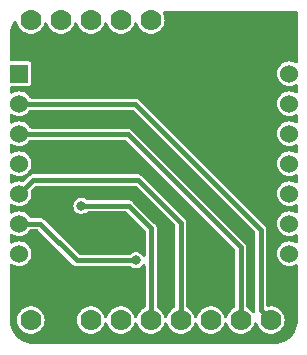
<source format=gbr>
%TF.GenerationSoftware,KiCad,Pcbnew,8.0.2*%
%TF.CreationDate,2024-06-13T10:19:09+02:00*%
%TF.ProjectId,Lora_2__BUS,4c6f7261-5f32-45fb-9542-55532e6b6963,rev?*%
%TF.SameCoordinates,Original*%
%TF.FileFunction,Copper,L2,Bot*%
%TF.FilePolarity,Positive*%
%FSLAX46Y46*%
G04 Gerber Fmt 4.6, Leading zero omitted, Abs format (unit mm)*
G04 Created by KiCad (PCBNEW 8.0.2) date 2024-06-13 10:19:09*
%MOMM*%
%LPD*%
G01*
G04 APERTURE LIST*
%TA.AperFunction,ComponentPad*%
%ADD10C,1.778000*%
%TD*%
%TA.AperFunction,ComponentPad*%
%ADD11R,1.524000X1.524000*%
%TD*%
%TA.AperFunction,ComponentPad*%
%ADD12C,1.524000*%
%TD*%
%TA.AperFunction,ViaPad*%
%ADD13C,0.800000*%
%TD*%
%TA.AperFunction,Conductor*%
%ADD14C,0.400000*%
%TD*%
%TA.AperFunction,Conductor*%
%ADD15C,0.200000*%
%TD*%
%TA.AperFunction,Conductor*%
%ADD16C,0.300000*%
%TD*%
G04 APERTURE END LIST*
D10*
%TO.P,LoRA_breakout1,0,G0*%
%TO.N,/DIO_1*%
X126728000Y-107057000D03*
%TO.P,LoRA_breakout1,1,G1*%
%TO.N,unconnected-(LoRA_breakout1-G1-Pad1)*%
X119108000Y-81657000D03*
%TO.P,LoRA_breakout1,2,G2*%
%TO.N,unconnected-(LoRA_breakout1-G2-Pad2)*%
X121648000Y-81657000D03*
%TO.P,LoRA_breakout1,3,G3*%
%TO.N,unconnected-(LoRA_breakout1-G3-Pad3)*%
X124188000Y-81657000D03*
%TO.P,LoRA_breakout1,4,G4*%
%TO.N,unconnected-(LoRA_breakout1-G4-Pad4)*%
X126728000Y-81657000D03*
%TO.P,LoRA_breakout1,5,G5*%
%TO.N,unconnected-(LoRA_breakout1-G5-Pad5)*%
X129268000Y-81657000D03*
%TO.P,LoRA_breakout1,6,Vin*%
%TO.N,/3.3*%
X119108000Y-107057000D03*
%TO.P,LoRA_breakout1,7,GND*%
%TO.N,/GND*%
X121648000Y-107057000D03*
%TO.P,LoRA_breakout1,8,EN*%
%TO.N,/DIO_0*%
X124188000Y-107057000D03*
%TO.P,LoRA_breakout1,9,SCK*%
%TO.N,/SCK*%
X129268000Y-107057000D03*
%TO.P,LoRA_breakout1,10,MISO*%
%TO.N,/MISO*%
X131808000Y-107057000D03*
%TO.P,LoRA_breakout1,11,MOSI*%
%TO.N,/MOSI*%
X134348000Y-107057000D03*
%TO.P,LoRA_breakout1,12,CS*%
%TO.N,/CS*%
X136888000Y-107057000D03*
%TO.P,LoRA_breakout1,13,RST*%
%TO.N,/RST*%
X139428000Y-107057000D03*
%TD*%
D11*
%TO.P,MikroBUS_adapter1,1,AN*%
%TO.N,unconnected-(MikroBUS_adapter1-AN-Pad1)*%
X118130800Y-86183200D03*
D12*
%TO.P,MikroBUS_adapter1,2,RST*%
%TO.N,/RST*%
X118130800Y-88723200D03*
%TO.P,MikroBUS_adapter1,3,CS*%
%TO.N,/CS*%
X118130800Y-91263200D03*
%TO.P,MikroBUS_adapter1,4,SCK*%
%TO.N,/SCK*%
X118130800Y-93803200D03*
%TO.P,MikroBUS_adapter1,5,MISO*%
%TO.N,/MISO*%
X118130800Y-96343200D03*
%TO.P,MikroBUS_adapter1,6,MOSI*%
%TO.N,/MOSI*%
X118130800Y-98883200D03*
%TO.P,MikroBUS_adapter1,7,3.3V*%
%TO.N,/3.3*%
X118130800Y-101423200D03*
%TO.P,MikroBUS_adapter1,8,GND*%
%TO.N,/GND*%
X118130800Y-103963200D03*
%TO.P,MikroBUS_adapter1,9,PWM_DIO*%
%TO.N,/DIO_0*%
X140992000Y-86183200D03*
%TO.P,MikroBUS_adapter1,10,INT_DIO*%
%TO.N,/DIO_1*%
X140992000Y-88723200D03*
%TO.P,MikroBUS_adapter1,11,Rx*%
%TO.N,unconnected-(MikroBUS_adapter1-Rx-Pad11)*%
X140992000Y-91263200D03*
%TO.P,MikroBUS_adapter1,12,Tx*%
%TO.N,unconnected-(MikroBUS_adapter1-Tx-Pad12)*%
X140992000Y-93803200D03*
%TO.P,MikroBUS_adapter1,13,SCL*%
%TO.N,unconnected-(MikroBUS_adapter1-SCL-Pad13)*%
X140992000Y-96343200D03*
%TO.P,MikroBUS_adapter1,14,SDA*%
%TO.N,unconnected-(MikroBUS_adapter1-SDA-Pad14)*%
X140992000Y-98883200D03*
%TO.P,MikroBUS_adapter1,15,5V*%
%TO.N,unconnected-(MikroBUS_adapter1-5V-Pad15)*%
X140992000Y-101423200D03*
%TO.P,MikroBUS_adapter1,16,GND*%
%TO.N,/GND*%
X140992000Y-103992000D03*
%TD*%
D13*
%TO.N,/SCK*%
X123392000Y-97392000D03*
%TO.N,/MOSI*%
X128000000Y-102000000D03*
%TD*%
D14*
%TO.N,/MOSI*%
X119883200Y-98883200D02*
X118130800Y-98883200D01*
X123000000Y-102000000D02*
X119883200Y-98883200D01*
X128000000Y-102000000D02*
X123000000Y-102000000D01*
%TO.N,/RST*%
X138592000Y-99392000D02*
X138592000Y-106221000D01*
X138592000Y-106221000D02*
X139428000Y-107057000D01*
X118130800Y-88772000D02*
X127972000Y-88772000D01*
X127972000Y-88772000D02*
X138592000Y-99392000D01*
%TO.N,/SCK*%
X127392000Y-97392000D02*
X129292000Y-99292000D01*
X129292000Y-99292000D02*
X129292000Y-107033000D01*
D15*
X129292000Y-107033000D02*
X129268000Y-107057000D01*
D14*
X123392000Y-97392000D02*
X127392000Y-97392000D01*
D16*
%TO.N,/MOSI*%
X118130800Y-98883200D02*
X118130800Y-99230800D01*
D15*
X118130800Y-99230800D02*
X118130800Y-98932000D01*
D14*
%TO.N,/MISO*%
X131808000Y-107057000D02*
X131808000Y-98808000D01*
X128192000Y-95192000D02*
X119330800Y-95192000D01*
X119330800Y-95192000D02*
X118130800Y-96392000D01*
X131808000Y-98808000D02*
X128192000Y-95192000D01*
%TO.N,/CS*%
X136888000Y-107057000D02*
X136888000Y-100888000D01*
X127312000Y-91312000D02*
X118130800Y-91312000D01*
X136888000Y-100888000D02*
X127312000Y-91312000D01*
%TD*%
%TA.AperFunction,Conductor*%
%TO.N,/GND*%
G36*
X141647000Y-80907462D02*
G01*
X141701538Y-80962000D01*
X141721500Y-81036500D01*
X141721500Y-85153794D01*
X141701538Y-85228294D01*
X141647000Y-85282832D01*
X141572500Y-85302794D01*
X141502262Y-85285200D01*
X141389037Y-85224680D01*
X141194408Y-85165639D01*
X140992000Y-85145704D01*
X140789591Y-85165639D01*
X140594962Y-85224680D01*
X140415609Y-85320547D01*
X140415601Y-85320552D01*
X140415599Y-85320553D01*
X140415598Y-85320554D01*
X140325423Y-85394559D01*
X140258380Y-85449580D01*
X140129352Y-85606801D01*
X140129347Y-85606809D01*
X140033480Y-85786162D01*
X139974439Y-85980791D01*
X139954504Y-86183200D01*
X139974439Y-86385608D01*
X140033480Y-86580237D01*
X140129347Y-86759590D01*
X140129351Y-86759596D01*
X140129354Y-86759602D01*
X140258380Y-86916820D01*
X140415598Y-87045846D01*
X140415607Y-87045851D01*
X140415609Y-87045852D01*
X140594962Y-87141719D01*
X140594964Y-87141719D01*
X140594967Y-87141721D01*
X140729974Y-87182675D01*
X140789591Y-87200760D01*
X140789592Y-87200760D01*
X140789595Y-87200761D01*
X140992000Y-87220696D01*
X141194405Y-87200761D01*
X141389033Y-87141721D01*
X141502261Y-87081198D01*
X141577375Y-87063685D01*
X141651182Y-87086074D01*
X141703906Y-87142366D01*
X141721500Y-87212605D01*
X141721500Y-87693794D01*
X141701538Y-87768294D01*
X141647000Y-87822832D01*
X141572500Y-87842794D01*
X141502262Y-87825200D01*
X141389037Y-87764680D01*
X141194408Y-87705639D01*
X140992000Y-87685704D01*
X140789591Y-87705639D01*
X140594962Y-87764680D01*
X140415609Y-87860547D01*
X140415601Y-87860552D01*
X140415599Y-87860553D01*
X140415598Y-87860554D01*
X140258380Y-87989580D01*
X140183701Y-88080577D01*
X140129352Y-88146801D01*
X140129347Y-88146809D01*
X140033480Y-88326162D01*
X139974439Y-88520791D01*
X139954504Y-88723200D01*
X139974439Y-88925608D01*
X140033480Y-89120237D01*
X140129347Y-89299590D01*
X140129351Y-89299596D01*
X140129354Y-89299602D01*
X140258380Y-89456820D01*
X140415598Y-89585846D01*
X140415607Y-89585851D01*
X140415609Y-89585852D01*
X140594962Y-89681719D01*
X140594964Y-89681719D01*
X140594967Y-89681721D01*
X140687056Y-89709656D01*
X140789591Y-89740760D01*
X140789592Y-89740760D01*
X140789595Y-89740761D01*
X140992000Y-89760696D01*
X141194405Y-89740761D01*
X141389033Y-89681721D01*
X141502261Y-89621198D01*
X141577375Y-89603685D01*
X141651182Y-89626074D01*
X141703906Y-89682366D01*
X141721500Y-89752605D01*
X141721500Y-90233794D01*
X141701538Y-90308294D01*
X141647000Y-90362832D01*
X141572500Y-90382794D01*
X141502262Y-90365200D01*
X141389037Y-90304680D01*
X141194408Y-90245639D01*
X140992000Y-90225704D01*
X140789591Y-90245639D01*
X140594962Y-90304680D01*
X140415609Y-90400547D01*
X140415601Y-90400552D01*
X140415599Y-90400553D01*
X140415598Y-90400554D01*
X140258380Y-90529580D01*
X140183701Y-90620577D01*
X140129352Y-90686801D01*
X140129347Y-90686809D01*
X140033480Y-90866162D01*
X139974439Y-91060791D01*
X139954504Y-91263200D01*
X139974439Y-91465608D01*
X140033480Y-91660237D01*
X140129347Y-91839590D01*
X140129351Y-91839596D01*
X140129354Y-91839602D01*
X140258380Y-91996820D01*
X140415598Y-92125846D01*
X140415607Y-92125851D01*
X140415609Y-92125852D01*
X140594962Y-92221719D01*
X140594964Y-92221719D01*
X140594967Y-92221721D01*
X140687056Y-92249656D01*
X140789591Y-92280760D01*
X140789592Y-92280760D01*
X140789595Y-92280761D01*
X140992000Y-92300696D01*
X141194405Y-92280761D01*
X141389033Y-92221721D01*
X141502261Y-92161198D01*
X141577375Y-92143685D01*
X141651182Y-92166074D01*
X141703906Y-92222366D01*
X141721500Y-92292605D01*
X141721500Y-92773794D01*
X141701538Y-92848294D01*
X141647000Y-92902832D01*
X141572500Y-92922794D01*
X141502262Y-92905200D01*
X141389037Y-92844680D01*
X141194408Y-92785639D01*
X140992000Y-92765704D01*
X140789591Y-92785639D01*
X140594962Y-92844680D01*
X140415609Y-92940547D01*
X140415601Y-92940552D01*
X140415599Y-92940553D01*
X140415598Y-92940554D01*
X140258380Y-93069580D01*
X140183701Y-93160577D01*
X140129352Y-93226801D01*
X140129347Y-93226809D01*
X140033480Y-93406162D01*
X139974439Y-93600791D01*
X139954504Y-93803200D01*
X139974439Y-94005608D01*
X140033480Y-94200237D01*
X140129347Y-94379590D01*
X140129351Y-94379596D01*
X140129354Y-94379602D01*
X140258380Y-94536820D01*
X140415598Y-94665846D01*
X140415607Y-94665851D01*
X140415609Y-94665852D01*
X140594962Y-94761719D01*
X140594964Y-94761719D01*
X140594967Y-94761721D01*
X140687056Y-94789656D01*
X140789591Y-94820760D01*
X140789592Y-94820760D01*
X140789595Y-94820761D01*
X140992000Y-94840696D01*
X141194405Y-94820761D01*
X141389033Y-94761721D01*
X141502261Y-94701198D01*
X141577375Y-94683685D01*
X141651182Y-94706074D01*
X141703906Y-94762366D01*
X141721500Y-94832605D01*
X141721500Y-95313794D01*
X141701538Y-95388294D01*
X141647000Y-95442832D01*
X141572500Y-95462794D01*
X141502262Y-95445200D01*
X141389037Y-95384680D01*
X141194408Y-95325639D01*
X140992000Y-95305704D01*
X140789591Y-95325639D01*
X140594962Y-95384680D01*
X140415609Y-95480547D01*
X140415601Y-95480552D01*
X140415599Y-95480553D01*
X140415598Y-95480554D01*
X140258380Y-95609580D01*
X140183701Y-95700577D01*
X140129352Y-95766801D01*
X140129347Y-95766809D01*
X140033480Y-95946162D01*
X139974439Y-96140791D01*
X139954504Y-96343200D01*
X139974439Y-96545608D01*
X140033480Y-96740237D01*
X140129347Y-96919590D01*
X140129351Y-96919596D01*
X140129354Y-96919602D01*
X140258380Y-97076820D01*
X140415598Y-97205846D01*
X140415607Y-97205851D01*
X140415609Y-97205852D01*
X140594962Y-97301719D01*
X140594964Y-97301719D01*
X140594967Y-97301721D01*
X140687056Y-97329656D01*
X140789591Y-97360760D01*
X140789592Y-97360760D01*
X140789595Y-97360761D01*
X140992000Y-97380696D01*
X141194405Y-97360761D01*
X141389033Y-97301721D01*
X141502261Y-97241198D01*
X141577375Y-97223685D01*
X141651182Y-97246074D01*
X141703906Y-97302366D01*
X141721500Y-97372605D01*
X141721500Y-97853794D01*
X141701538Y-97928294D01*
X141647000Y-97982832D01*
X141572500Y-98002794D01*
X141502262Y-97985200D01*
X141389037Y-97924680D01*
X141194408Y-97865639D01*
X140992000Y-97845704D01*
X140789591Y-97865639D01*
X140594962Y-97924680D01*
X140415609Y-98020547D01*
X140415601Y-98020552D01*
X140415599Y-98020553D01*
X140415598Y-98020554D01*
X140258380Y-98149580D01*
X140183701Y-98240577D01*
X140129352Y-98306801D01*
X140129347Y-98306809D01*
X140033480Y-98486162D01*
X139974439Y-98680791D01*
X139954504Y-98883200D01*
X139974439Y-99085608D01*
X140033480Y-99280237D01*
X140129347Y-99459590D01*
X140129350Y-99459595D01*
X140129354Y-99459602D01*
X140258380Y-99616820D01*
X140415598Y-99745846D01*
X140415607Y-99745851D01*
X140415609Y-99745852D01*
X140594962Y-99841719D01*
X140594964Y-99841719D01*
X140594967Y-99841721D01*
X140687056Y-99869656D01*
X140789591Y-99900760D01*
X140789592Y-99900760D01*
X140789595Y-99900761D01*
X140992000Y-99920696D01*
X141194405Y-99900761D01*
X141389033Y-99841721D01*
X141502261Y-99781198D01*
X141577375Y-99763685D01*
X141651182Y-99786074D01*
X141703906Y-99842366D01*
X141721500Y-99912605D01*
X141721500Y-100393794D01*
X141701538Y-100468294D01*
X141647000Y-100522832D01*
X141572500Y-100542794D01*
X141502262Y-100525200D01*
X141389037Y-100464680D01*
X141194408Y-100405639D01*
X140992000Y-100385704D01*
X140789591Y-100405639D01*
X140594962Y-100464680D01*
X140415609Y-100560547D01*
X140415601Y-100560552D01*
X140415599Y-100560553D01*
X140415598Y-100560554D01*
X140258380Y-100689580D01*
X140183701Y-100780577D01*
X140129352Y-100846801D01*
X140129347Y-100846809D01*
X140033480Y-101026162D01*
X139974439Y-101220791D01*
X139954504Y-101423200D01*
X139974439Y-101625608D01*
X140033480Y-101820237D01*
X140129347Y-101999590D01*
X140129351Y-101999596D01*
X140129354Y-101999602D01*
X140258380Y-102156820D01*
X140415598Y-102285846D01*
X140415607Y-102285851D01*
X140415609Y-102285852D01*
X140594962Y-102381719D01*
X140594964Y-102381719D01*
X140594967Y-102381721D01*
X140669921Y-102404458D01*
X140789591Y-102440760D01*
X140789592Y-102440760D01*
X140789595Y-102440761D01*
X140992000Y-102460696D01*
X141194405Y-102440761D01*
X141389033Y-102381721D01*
X141502261Y-102321198D01*
X141577375Y-102303685D01*
X141651182Y-102326074D01*
X141703906Y-102382366D01*
X141721500Y-102452605D01*
X141721500Y-107052122D01*
X141721181Y-107061867D01*
X141704690Y-107313463D01*
X141702146Y-107332786D01*
X141653912Y-107575277D01*
X141648867Y-107594104D01*
X141569388Y-107828239D01*
X141561930Y-107846245D01*
X141452578Y-108067990D01*
X141442833Y-108084869D01*
X141305470Y-108290447D01*
X141293605Y-108305910D01*
X141130582Y-108491801D01*
X141116801Y-108505582D01*
X140930910Y-108668605D01*
X140915447Y-108680470D01*
X140709869Y-108817833D01*
X140692990Y-108827578D01*
X140471245Y-108936930D01*
X140453239Y-108944388D01*
X140219104Y-109023867D01*
X140200277Y-109028912D01*
X139957786Y-109077146D01*
X139938463Y-109079690D01*
X139686867Y-109096181D01*
X139677122Y-109096500D01*
X119366878Y-109096500D01*
X119357133Y-109096181D01*
X119105536Y-109079690D01*
X119086213Y-109077146D01*
X118843722Y-109028912D01*
X118824895Y-109023867D01*
X118590760Y-108944388D01*
X118572754Y-108936930D01*
X118351009Y-108827578D01*
X118334130Y-108817833D01*
X118128552Y-108680470D01*
X118113089Y-108668605D01*
X117927198Y-108505582D01*
X117913417Y-108491801D01*
X117750394Y-108305910D01*
X117738529Y-108290447D01*
X117601166Y-108084869D01*
X117591421Y-108067990D01*
X117482069Y-107846245D01*
X117474611Y-107828239D01*
X117395132Y-107594104D01*
X117390089Y-107575286D01*
X117341852Y-107332783D01*
X117339309Y-107313463D01*
X117322819Y-107061867D01*
X117322660Y-107056995D01*
X117943533Y-107056995D01*
X117943533Y-107057004D01*
X117963359Y-107270965D01*
X118022165Y-107477651D01*
X118022167Y-107477656D01*
X118117949Y-107670012D01*
X118117952Y-107670016D01*
X118247448Y-107841495D01*
X118406251Y-107986264D01*
X118406256Y-107986268D01*
X118588945Y-108099384D01*
X118588956Y-108099390D01*
X118714726Y-108148113D01*
X118789328Y-108177014D01*
X119000557Y-108216500D01*
X119000559Y-108216500D01*
X119215441Y-108216500D01*
X119215443Y-108216500D01*
X119426672Y-108177014D01*
X119627048Y-108099388D01*
X119809748Y-107986265D01*
X119968551Y-107841496D01*
X120098050Y-107670013D01*
X120193833Y-107477654D01*
X120252640Y-107270970D01*
X120272467Y-107057000D01*
X120252640Y-106843030D01*
X120193833Y-106636346D01*
X120098050Y-106443987D01*
X119968551Y-106272504D01*
X119809748Y-106127735D01*
X119809743Y-106127731D01*
X119627054Y-106014615D01*
X119627043Y-106014609D01*
X119426676Y-105936987D01*
X119426673Y-105936986D01*
X119426672Y-105936986D01*
X119373391Y-105927025D01*
X119215447Y-105897500D01*
X119215443Y-105897500D01*
X119000557Y-105897500D01*
X119000552Y-105897500D01*
X118789323Y-105936987D01*
X118588956Y-106014609D01*
X118588945Y-106014615D01*
X118406256Y-106127731D01*
X118406251Y-106127735D01*
X118247448Y-106272504D01*
X118117952Y-106443983D01*
X118117949Y-106443987D01*
X118022167Y-106636343D01*
X118022165Y-106636348D01*
X117963359Y-106843034D01*
X117943533Y-107056995D01*
X117322660Y-107056995D01*
X117322500Y-107052122D01*
X117322500Y-102409656D01*
X117342462Y-102335156D01*
X117397000Y-102280618D01*
X117471500Y-102260656D01*
X117546000Y-102280618D01*
X117554289Y-102285773D01*
X117554393Y-102285842D01*
X117554398Y-102285846D01*
X117554400Y-102285847D01*
X117554405Y-102285850D01*
X117733762Y-102381719D01*
X117733764Y-102381719D01*
X117733767Y-102381721D01*
X117808721Y-102404458D01*
X117928391Y-102440760D01*
X117928392Y-102440760D01*
X117928395Y-102440761D01*
X118130800Y-102460696D01*
X118333205Y-102440761D01*
X118527833Y-102381721D01*
X118707202Y-102285846D01*
X118864420Y-102156820D01*
X118993446Y-101999602D01*
X119089321Y-101820233D01*
X119148361Y-101625605D01*
X119168296Y-101423200D01*
X119148361Y-101220795D01*
X119089321Y-101026167D01*
X119089319Y-101026164D01*
X119089319Y-101026162D01*
X118993452Y-100846809D01*
X118993451Y-100846807D01*
X118993446Y-100846798D01*
X118864420Y-100689580D01*
X118707202Y-100560554D01*
X118707196Y-100560551D01*
X118707190Y-100560547D01*
X118527837Y-100464680D01*
X118333208Y-100405639D01*
X118130800Y-100385704D01*
X117928391Y-100405639D01*
X117733762Y-100464680D01*
X117554395Y-100560554D01*
X117554275Y-100560635D01*
X117554192Y-100560662D01*
X117547942Y-100564004D01*
X117547390Y-100562971D01*
X117481239Y-100585424D01*
X117405593Y-100570374D01*
X117347608Y-100519518D01*
X117322819Y-100446482D01*
X117322500Y-100436743D01*
X117322500Y-99869656D01*
X117342462Y-99795156D01*
X117397000Y-99740618D01*
X117471500Y-99720656D01*
X117546000Y-99740618D01*
X117554289Y-99745773D01*
X117554393Y-99745842D01*
X117554398Y-99745846D01*
X117554400Y-99745847D01*
X117554405Y-99745850D01*
X117733762Y-99841719D01*
X117733764Y-99841719D01*
X117733767Y-99841721D01*
X117825856Y-99869656D01*
X117928391Y-99900760D01*
X117928392Y-99900760D01*
X117928395Y-99900761D01*
X118130800Y-99920696D01*
X118333205Y-99900761D01*
X118527833Y-99841721D01*
X118707202Y-99745846D01*
X118864420Y-99616820D01*
X118993446Y-99459602D01*
X119007952Y-99432462D01*
X119060676Y-99376170D01*
X119134482Y-99353780D01*
X119139359Y-99353700D01*
X119626595Y-99353700D01*
X119701095Y-99373662D01*
X119731954Y-99397341D01*
X122623504Y-102288891D01*
X122623504Y-102288892D01*
X122711102Y-102376491D01*
X122711104Y-102376492D01*
X122711106Y-102376494D01*
X122818394Y-102438436D01*
X122938057Y-102470500D01*
X122938058Y-102470500D01*
X123061943Y-102470500D01*
X127463451Y-102470500D01*
X127537951Y-102490462D01*
X127562252Y-102507968D01*
X127609360Y-102549702D01*
X127616316Y-102555865D01*
X127760487Y-102631531D01*
X127760491Y-102631533D01*
X127918587Y-102670500D01*
X128081413Y-102670500D01*
X128239509Y-102631533D01*
X128383685Y-102555864D01*
X128505563Y-102447890D01*
X128549875Y-102383693D01*
X128608624Y-102333720D01*
X128684489Y-102319817D01*
X128757141Y-102345709D01*
X128807114Y-102404458D01*
X128821500Y-102468334D01*
X128821500Y-105886699D01*
X128801538Y-105961199D01*
X128750939Y-106013381D01*
X128566252Y-106127734D01*
X128566251Y-106127735D01*
X128407448Y-106272504D01*
X128277952Y-106443983D01*
X128277949Y-106443987D01*
X128182167Y-106636343D01*
X128182165Y-106636349D01*
X128141312Y-106779935D01*
X128101724Y-106846128D01*
X128034343Y-106883659D01*
X127957224Y-106882471D01*
X127891031Y-106842883D01*
X127854688Y-106779935D01*
X127813834Y-106636349D01*
X127813832Y-106636343D01*
X127718050Y-106443987D01*
X127718047Y-106443983D01*
X127588551Y-106272504D01*
X127429748Y-106127735D01*
X127429743Y-106127731D01*
X127247054Y-106014615D01*
X127247043Y-106014609D01*
X127046676Y-105936987D01*
X127046673Y-105936986D01*
X127046672Y-105936986D01*
X126993391Y-105927025D01*
X126835447Y-105897500D01*
X126835443Y-105897500D01*
X126620557Y-105897500D01*
X126620552Y-105897500D01*
X126409323Y-105936987D01*
X126208956Y-106014609D01*
X126208945Y-106014615D01*
X126026256Y-106127731D01*
X126026251Y-106127735D01*
X125867448Y-106272504D01*
X125737952Y-106443983D01*
X125737949Y-106443987D01*
X125642167Y-106636343D01*
X125642165Y-106636349D01*
X125601312Y-106779935D01*
X125561724Y-106846128D01*
X125494343Y-106883659D01*
X125417224Y-106882471D01*
X125351031Y-106842883D01*
X125314688Y-106779935D01*
X125273834Y-106636349D01*
X125273832Y-106636343D01*
X125178050Y-106443987D01*
X125178047Y-106443983D01*
X125048551Y-106272504D01*
X124889748Y-106127735D01*
X124889743Y-106127731D01*
X124707054Y-106014615D01*
X124707043Y-106014609D01*
X124506676Y-105936987D01*
X124506673Y-105936986D01*
X124506672Y-105936986D01*
X124453391Y-105927025D01*
X124295447Y-105897500D01*
X124295443Y-105897500D01*
X124080557Y-105897500D01*
X124080552Y-105897500D01*
X123869323Y-105936987D01*
X123668956Y-106014609D01*
X123668945Y-106014615D01*
X123486256Y-106127731D01*
X123486251Y-106127735D01*
X123327448Y-106272504D01*
X123197952Y-106443983D01*
X123197949Y-106443987D01*
X123102167Y-106636343D01*
X123102165Y-106636348D01*
X123043359Y-106843034D01*
X123023533Y-107056995D01*
X123023533Y-107057004D01*
X123043359Y-107270965D01*
X123102165Y-107477651D01*
X123102167Y-107477656D01*
X123197949Y-107670012D01*
X123197952Y-107670016D01*
X123327448Y-107841495D01*
X123486251Y-107986264D01*
X123486256Y-107986268D01*
X123668945Y-108099384D01*
X123668956Y-108099390D01*
X123794726Y-108148113D01*
X123869328Y-108177014D01*
X124080557Y-108216500D01*
X124080559Y-108216500D01*
X124295441Y-108216500D01*
X124295443Y-108216500D01*
X124506672Y-108177014D01*
X124707048Y-108099388D01*
X124889748Y-107986265D01*
X125048551Y-107841496D01*
X125178050Y-107670013D01*
X125273833Y-107477654D01*
X125314688Y-107334063D01*
X125354276Y-107267871D01*
X125421657Y-107230340D01*
X125498776Y-107231528D01*
X125564969Y-107271116D01*
X125601312Y-107334064D01*
X125642165Y-107477651D01*
X125642167Y-107477656D01*
X125737949Y-107670012D01*
X125737952Y-107670016D01*
X125867448Y-107841495D01*
X126026251Y-107986264D01*
X126026256Y-107986268D01*
X126208945Y-108099384D01*
X126208956Y-108099390D01*
X126334726Y-108148113D01*
X126409328Y-108177014D01*
X126620557Y-108216500D01*
X126620559Y-108216500D01*
X126835441Y-108216500D01*
X126835443Y-108216500D01*
X127046672Y-108177014D01*
X127247048Y-108099388D01*
X127429748Y-107986265D01*
X127588551Y-107841496D01*
X127718050Y-107670013D01*
X127813833Y-107477654D01*
X127854688Y-107334063D01*
X127894276Y-107267871D01*
X127961657Y-107230340D01*
X128038776Y-107231528D01*
X128104969Y-107271116D01*
X128141312Y-107334064D01*
X128182165Y-107477651D01*
X128182167Y-107477656D01*
X128277949Y-107670012D01*
X128277952Y-107670016D01*
X128407448Y-107841495D01*
X128566251Y-107986264D01*
X128566256Y-107986268D01*
X128748945Y-108099384D01*
X128748956Y-108099390D01*
X128874726Y-108148113D01*
X128949328Y-108177014D01*
X129160557Y-108216500D01*
X129160559Y-108216500D01*
X129375441Y-108216500D01*
X129375443Y-108216500D01*
X129586672Y-108177014D01*
X129787048Y-108099388D01*
X129969748Y-107986265D01*
X130128551Y-107841496D01*
X130258050Y-107670013D01*
X130353833Y-107477654D01*
X130394688Y-107334063D01*
X130434276Y-107267871D01*
X130501657Y-107230340D01*
X130578776Y-107231528D01*
X130644969Y-107271116D01*
X130681312Y-107334064D01*
X130722165Y-107477651D01*
X130722167Y-107477656D01*
X130817949Y-107670012D01*
X130817952Y-107670016D01*
X130947448Y-107841495D01*
X131106251Y-107986264D01*
X131106256Y-107986268D01*
X131288945Y-108099384D01*
X131288956Y-108099390D01*
X131414726Y-108148113D01*
X131489328Y-108177014D01*
X131700557Y-108216500D01*
X131700559Y-108216500D01*
X131915441Y-108216500D01*
X131915443Y-108216500D01*
X132126672Y-108177014D01*
X132327048Y-108099388D01*
X132509748Y-107986265D01*
X132668551Y-107841496D01*
X132798050Y-107670013D01*
X132893833Y-107477654D01*
X132934688Y-107334063D01*
X132974276Y-107267871D01*
X133041657Y-107230340D01*
X133118776Y-107231528D01*
X133184969Y-107271116D01*
X133221312Y-107334064D01*
X133262165Y-107477651D01*
X133262167Y-107477656D01*
X133357949Y-107670012D01*
X133357952Y-107670016D01*
X133487448Y-107841495D01*
X133646251Y-107986264D01*
X133646256Y-107986268D01*
X133828945Y-108099384D01*
X133828956Y-108099390D01*
X133954726Y-108148113D01*
X134029328Y-108177014D01*
X134240557Y-108216500D01*
X134240559Y-108216500D01*
X134455441Y-108216500D01*
X134455443Y-108216500D01*
X134666672Y-108177014D01*
X134867048Y-108099388D01*
X135049748Y-107986265D01*
X135208551Y-107841496D01*
X135338050Y-107670013D01*
X135433833Y-107477654D01*
X135474688Y-107334063D01*
X135514276Y-107267871D01*
X135581657Y-107230340D01*
X135658776Y-107231528D01*
X135724969Y-107271116D01*
X135761312Y-107334064D01*
X135802165Y-107477651D01*
X135802167Y-107477656D01*
X135897949Y-107670012D01*
X135897952Y-107670016D01*
X136027448Y-107841495D01*
X136186251Y-107986264D01*
X136186256Y-107986268D01*
X136368945Y-108099384D01*
X136368956Y-108099390D01*
X136494726Y-108148113D01*
X136569328Y-108177014D01*
X136780557Y-108216500D01*
X136780559Y-108216500D01*
X136995441Y-108216500D01*
X136995443Y-108216500D01*
X137206672Y-108177014D01*
X137407048Y-108099388D01*
X137589748Y-107986265D01*
X137748551Y-107841496D01*
X137878050Y-107670013D01*
X137973833Y-107477654D01*
X138014688Y-107334063D01*
X138054276Y-107267871D01*
X138121657Y-107230340D01*
X138198776Y-107231528D01*
X138264969Y-107271116D01*
X138301312Y-107334064D01*
X138342165Y-107477651D01*
X138342167Y-107477656D01*
X138437949Y-107670012D01*
X138437952Y-107670016D01*
X138567448Y-107841495D01*
X138726251Y-107986264D01*
X138726256Y-107986268D01*
X138908945Y-108099384D01*
X138908956Y-108099390D01*
X139034726Y-108148113D01*
X139109328Y-108177014D01*
X139320557Y-108216500D01*
X139320559Y-108216500D01*
X139535441Y-108216500D01*
X139535443Y-108216500D01*
X139746672Y-108177014D01*
X139947048Y-108099388D01*
X140129748Y-107986265D01*
X140288551Y-107841496D01*
X140418050Y-107670013D01*
X140513833Y-107477654D01*
X140572640Y-107270970D01*
X140592467Y-107057000D01*
X140572640Y-106843030D01*
X140513833Y-106636346D01*
X140418050Y-106443987D01*
X140288551Y-106272504D01*
X140129748Y-106127735D01*
X140129743Y-106127731D01*
X139947054Y-106014615D01*
X139947043Y-106014609D01*
X139746676Y-105936987D01*
X139746673Y-105936986D01*
X139746672Y-105936986D01*
X139693391Y-105927025D01*
X139535447Y-105897500D01*
X139535443Y-105897500D01*
X139320557Y-105897500D01*
X139320552Y-105897500D01*
X139238879Y-105912768D01*
X139161979Y-105906835D01*
X139098349Y-105863247D01*
X139065037Y-105793684D01*
X139062500Y-105766305D01*
X139062500Y-99330057D01*
X139030436Y-99210394D01*
X138968494Y-99103106D01*
X138968492Y-99103104D01*
X138968491Y-99103102D01*
X138875691Y-99010303D01*
X138875690Y-99010303D01*
X128356989Y-88491602D01*
X128356987Y-88491599D01*
X128260894Y-88395506D01*
X128153607Y-88333564D01*
X128033943Y-88301500D01*
X119165443Y-88301500D01*
X119090943Y-88281538D01*
X119036405Y-88227000D01*
X119034036Y-88222737D01*
X118993450Y-88146805D01*
X118993449Y-88146803D01*
X118993446Y-88146798D01*
X118864420Y-87989580D01*
X118707202Y-87860554D01*
X118707196Y-87860551D01*
X118707190Y-87860547D01*
X118527837Y-87764680D01*
X118333208Y-87705639D01*
X118130800Y-87685704D01*
X117928391Y-87705639D01*
X117733762Y-87764680D01*
X117554395Y-87860554D01*
X117554275Y-87860635D01*
X117554192Y-87860662D01*
X117547942Y-87864004D01*
X117547390Y-87862971D01*
X117481239Y-87885424D01*
X117405593Y-87870374D01*
X117347608Y-87819518D01*
X117322819Y-87746482D01*
X117322500Y-87736743D01*
X117322500Y-87364700D01*
X117342462Y-87290200D01*
X117397000Y-87235662D01*
X117471500Y-87215700D01*
X118919440Y-87215700D01*
X118998344Y-87200005D01*
X119087819Y-87140219D01*
X119147605Y-87050744D01*
X119163300Y-86971840D01*
X119163300Y-85394560D01*
X119147605Y-85315656D01*
X119125672Y-85282832D01*
X119087820Y-85226182D01*
X119087817Y-85226179D01*
X118998345Y-85166395D01*
X118919440Y-85150700D01*
X117471500Y-85150700D01*
X117397000Y-85130738D01*
X117342462Y-85076200D01*
X117322500Y-85001700D01*
X117322500Y-82931877D01*
X117322819Y-82922132D01*
X117329742Y-82816500D01*
X117339309Y-82670530D01*
X117341853Y-82651213D01*
X117390090Y-82408710D01*
X117395132Y-82389895D01*
X117474611Y-82155760D01*
X117482069Y-82137754D01*
X117511707Y-82077654D01*
X117591424Y-81916002D01*
X117601162Y-81899136D01*
X117688063Y-81769079D01*
X117746049Y-81718228D01*
X117821695Y-81703181D01*
X117894730Y-81727973D01*
X117945584Y-81785961D01*
X117960314Y-81838111D01*
X117963359Y-81870966D01*
X118022165Y-82077651D01*
X118022167Y-82077656D01*
X118117949Y-82270012D01*
X118117952Y-82270016D01*
X118247448Y-82441495D01*
X118406251Y-82586264D01*
X118406256Y-82586268D01*
X118588945Y-82699384D01*
X118588956Y-82699390D01*
X118764738Y-82767487D01*
X118789328Y-82777014D01*
X119000557Y-82816500D01*
X119000559Y-82816500D01*
X119215441Y-82816500D01*
X119215443Y-82816500D01*
X119426672Y-82777014D01*
X119627048Y-82699388D01*
X119809748Y-82586265D01*
X119968551Y-82441496D01*
X120098050Y-82270013D01*
X120193833Y-82077654D01*
X120234688Y-81934063D01*
X120274276Y-81867871D01*
X120341657Y-81830340D01*
X120418776Y-81831528D01*
X120484969Y-81871116D01*
X120521312Y-81934064D01*
X120562165Y-82077651D01*
X120562167Y-82077656D01*
X120657949Y-82270012D01*
X120657952Y-82270016D01*
X120787448Y-82441495D01*
X120946251Y-82586264D01*
X120946256Y-82586268D01*
X121128945Y-82699384D01*
X121128956Y-82699390D01*
X121304738Y-82767487D01*
X121329328Y-82777014D01*
X121540557Y-82816500D01*
X121540559Y-82816500D01*
X121755441Y-82816500D01*
X121755443Y-82816500D01*
X121966672Y-82777014D01*
X122167048Y-82699388D01*
X122349748Y-82586265D01*
X122508551Y-82441496D01*
X122638050Y-82270013D01*
X122733833Y-82077654D01*
X122774688Y-81934063D01*
X122814276Y-81867871D01*
X122881657Y-81830340D01*
X122958776Y-81831528D01*
X123024969Y-81871116D01*
X123061312Y-81934064D01*
X123102165Y-82077651D01*
X123102167Y-82077656D01*
X123197949Y-82270012D01*
X123197952Y-82270016D01*
X123327448Y-82441495D01*
X123486251Y-82586264D01*
X123486256Y-82586268D01*
X123668945Y-82699384D01*
X123668956Y-82699390D01*
X123844738Y-82767487D01*
X123869328Y-82777014D01*
X124080557Y-82816500D01*
X124080559Y-82816500D01*
X124295441Y-82816500D01*
X124295443Y-82816500D01*
X124506672Y-82777014D01*
X124707048Y-82699388D01*
X124889748Y-82586265D01*
X125048551Y-82441496D01*
X125178050Y-82270013D01*
X125273833Y-82077654D01*
X125314688Y-81934063D01*
X125354276Y-81867871D01*
X125421657Y-81830340D01*
X125498776Y-81831528D01*
X125564969Y-81871116D01*
X125601312Y-81934064D01*
X125642165Y-82077651D01*
X125642167Y-82077656D01*
X125737949Y-82270012D01*
X125737952Y-82270016D01*
X125867448Y-82441495D01*
X126026251Y-82586264D01*
X126026256Y-82586268D01*
X126208945Y-82699384D01*
X126208956Y-82699390D01*
X126384738Y-82767487D01*
X126409328Y-82777014D01*
X126620557Y-82816500D01*
X126620559Y-82816500D01*
X126835441Y-82816500D01*
X126835443Y-82816500D01*
X127046672Y-82777014D01*
X127247048Y-82699388D01*
X127429748Y-82586265D01*
X127588551Y-82441496D01*
X127718050Y-82270013D01*
X127813833Y-82077654D01*
X127854688Y-81934063D01*
X127894276Y-81867871D01*
X127961657Y-81830340D01*
X128038776Y-81831528D01*
X128104969Y-81871116D01*
X128141312Y-81934064D01*
X128182165Y-82077651D01*
X128182167Y-82077656D01*
X128277949Y-82270012D01*
X128277952Y-82270016D01*
X128407448Y-82441495D01*
X128566251Y-82586264D01*
X128566256Y-82586268D01*
X128748945Y-82699384D01*
X128748956Y-82699390D01*
X128924738Y-82767487D01*
X128949328Y-82777014D01*
X129160557Y-82816500D01*
X129160559Y-82816500D01*
X129375441Y-82816500D01*
X129375443Y-82816500D01*
X129586672Y-82777014D01*
X129787048Y-82699388D01*
X129969748Y-82586265D01*
X130128551Y-82441496D01*
X130258050Y-82270013D01*
X130353833Y-82077654D01*
X130412640Y-81870970D01*
X130423655Y-81752097D01*
X130432467Y-81657004D01*
X130432467Y-81656995D01*
X130421452Y-81538127D01*
X130412640Y-81443030D01*
X130353833Y-81236346D01*
X130287391Y-81102913D01*
X130272055Y-81027327D01*
X130296566Y-80954197D01*
X130354357Y-80903120D01*
X130420772Y-80887500D01*
X141572500Y-80887500D01*
X141647000Y-80907462D01*
G37*
%TD.AperFunction*%
%TD*%
%TA.AperFunction,NonConductor*%
G36*
X127789895Y-89262462D02*
G01*
X127820754Y-89286141D01*
X138077859Y-99543246D01*
X138116423Y-99610041D01*
X138121500Y-99648605D01*
X138121500Y-106282946D01*
X138124418Y-106293836D01*
X138124416Y-106370965D01*
X138085850Y-106437758D01*
X138019055Y-106476321D01*
X137941926Y-106476319D01*
X137875133Y-106437753D01*
X137861590Y-106422190D01*
X137748551Y-106272504D01*
X137589748Y-106127735D01*
X137589747Y-106127734D01*
X137429061Y-106028241D01*
X137376229Y-105972049D01*
X137358500Y-105901559D01*
X137358500Y-100826057D01*
X137326436Y-100706394D01*
X137264494Y-100599106D01*
X137264492Y-100599104D01*
X137264491Y-100599102D01*
X137171691Y-100506303D01*
X137171690Y-100506303D01*
X127696989Y-91031602D01*
X127696987Y-91031599D01*
X127600894Y-90935506D01*
X127493607Y-90873564D01*
X127373943Y-90841500D01*
X119165443Y-90841500D01*
X119090943Y-90821538D01*
X119036405Y-90767000D01*
X119034036Y-90762737D01*
X118993450Y-90686805D01*
X118993449Y-90686803D01*
X118993446Y-90686798D01*
X118864420Y-90529580D01*
X118707202Y-90400554D01*
X118707196Y-90400551D01*
X118707190Y-90400547D01*
X118527837Y-90304680D01*
X118333208Y-90245639D01*
X118130800Y-90225704D01*
X117928391Y-90245639D01*
X117733762Y-90304680D01*
X117554395Y-90400554D01*
X117554275Y-90400635D01*
X117554192Y-90400662D01*
X117547942Y-90404004D01*
X117547390Y-90402971D01*
X117481239Y-90425424D01*
X117405593Y-90410374D01*
X117347608Y-90359518D01*
X117322819Y-90286482D01*
X117322500Y-90276743D01*
X117322500Y-89709656D01*
X117342462Y-89635156D01*
X117397000Y-89580618D01*
X117471500Y-89560656D01*
X117546000Y-89580618D01*
X117554289Y-89585773D01*
X117554393Y-89585842D01*
X117554398Y-89585846D01*
X117554400Y-89585847D01*
X117554405Y-89585850D01*
X117733762Y-89681719D01*
X117733764Y-89681719D01*
X117733767Y-89681721D01*
X117825856Y-89709656D01*
X117928391Y-89740760D01*
X117928392Y-89740760D01*
X117928395Y-89740761D01*
X118130800Y-89760696D01*
X118333205Y-89740761D01*
X118527833Y-89681721D01*
X118707202Y-89585846D01*
X118864420Y-89456820D01*
X118904033Y-89408550D01*
X118995603Y-89296975D01*
X119058296Y-89252050D01*
X119110781Y-89242500D01*
X127715395Y-89242500D01*
X127789895Y-89262462D01*
G37*
%TD.AperFunction*%
%TA.AperFunction,NonConductor*%
G36*
X127129895Y-91802462D02*
G01*
X127160754Y-91826141D01*
X136373859Y-101039246D01*
X136412423Y-101106041D01*
X136417500Y-101144605D01*
X136417500Y-105901559D01*
X136397538Y-105976059D01*
X136346939Y-106028241D01*
X136186252Y-106127734D01*
X136186251Y-106127735D01*
X136027448Y-106272504D01*
X135897952Y-106443983D01*
X135897949Y-106443987D01*
X135802167Y-106636343D01*
X135802165Y-106636349D01*
X135761312Y-106779935D01*
X135721724Y-106846128D01*
X135654343Y-106883659D01*
X135577224Y-106882471D01*
X135511031Y-106842883D01*
X135474688Y-106779935D01*
X135433834Y-106636349D01*
X135433832Y-106636343D01*
X135338050Y-106443987D01*
X135338047Y-106443983D01*
X135208551Y-106272504D01*
X135049748Y-106127735D01*
X135049743Y-106127731D01*
X134867054Y-106014615D01*
X134867043Y-106014609D01*
X134666676Y-105936987D01*
X134666673Y-105936986D01*
X134666672Y-105936986D01*
X134613391Y-105927025D01*
X134455447Y-105897500D01*
X134455443Y-105897500D01*
X134240557Y-105897500D01*
X134240552Y-105897500D01*
X134029323Y-105936987D01*
X133828956Y-106014609D01*
X133828945Y-106014615D01*
X133646256Y-106127731D01*
X133646251Y-106127735D01*
X133487448Y-106272504D01*
X133357952Y-106443983D01*
X133357949Y-106443987D01*
X133262167Y-106636343D01*
X133262165Y-106636349D01*
X133221312Y-106779935D01*
X133181724Y-106846128D01*
X133114343Y-106883659D01*
X133037224Y-106882471D01*
X132971031Y-106842883D01*
X132934688Y-106779935D01*
X132893834Y-106636349D01*
X132893832Y-106636343D01*
X132798050Y-106443987D01*
X132798047Y-106443983D01*
X132668551Y-106272504D01*
X132509748Y-106127735D01*
X132509747Y-106127734D01*
X132349061Y-106028241D01*
X132296229Y-105972049D01*
X132278500Y-105901559D01*
X132278500Y-98746057D01*
X132246436Y-98626394D01*
X132184494Y-98519106D01*
X132096894Y-98431506D01*
X132096893Y-98431505D01*
X128576988Y-94911601D01*
X128576987Y-94911599D01*
X128480894Y-94815506D01*
X128373607Y-94753564D01*
X128253943Y-94721500D01*
X119392742Y-94721500D01*
X119268857Y-94721500D01*
X119149192Y-94753564D01*
X119041905Y-94815506D01*
X118548706Y-95308704D01*
X118481911Y-95347268D01*
X118404783Y-95347268D01*
X118400096Y-95345930D01*
X118333205Y-95325639D01*
X118130800Y-95305704D01*
X117928391Y-95325639D01*
X117733762Y-95384680D01*
X117554395Y-95480554D01*
X117554275Y-95480635D01*
X117554192Y-95480662D01*
X117547942Y-95484004D01*
X117547390Y-95482971D01*
X117481239Y-95505424D01*
X117405593Y-95490374D01*
X117347608Y-95439518D01*
X117322819Y-95366482D01*
X117322500Y-95356743D01*
X117322500Y-94789656D01*
X117342462Y-94715156D01*
X117397000Y-94660618D01*
X117471500Y-94640656D01*
X117546000Y-94660618D01*
X117554289Y-94665773D01*
X117554393Y-94665842D01*
X117554398Y-94665846D01*
X117554400Y-94665847D01*
X117554405Y-94665850D01*
X117733762Y-94761719D01*
X117733764Y-94761719D01*
X117733767Y-94761721D01*
X117825856Y-94789656D01*
X117928391Y-94820760D01*
X117928392Y-94820760D01*
X117928395Y-94820761D01*
X118130800Y-94840696D01*
X118333205Y-94820761D01*
X118527833Y-94761721D01*
X118707202Y-94665846D01*
X118864420Y-94536820D01*
X118993446Y-94379602D01*
X119089321Y-94200233D01*
X119148361Y-94005605D01*
X119168296Y-93803200D01*
X119148361Y-93600795D01*
X119089321Y-93406167D01*
X119089319Y-93406164D01*
X119089319Y-93406162D01*
X118993452Y-93226809D01*
X118993451Y-93226807D01*
X118993446Y-93226798D01*
X118864420Y-93069580D01*
X118707202Y-92940554D01*
X118707196Y-92940551D01*
X118707190Y-92940547D01*
X118527837Y-92844680D01*
X118333208Y-92785639D01*
X118130800Y-92765704D01*
X117928391Y-92785639D01*
X117733762Y-92844680D01*
X117554395Y-92940554D01*
X117554275Y-92940635D01*
X117554192Y-92940662D01*
X117547942Y-92944004D01*
X117547390Y-92942971D01*
X117481239Y-92965424D01*
X117405593Y-92950374D01*
X117347608Y-92899518D01*
X117322819Y-92826482D01*
X117322500Y-92816743D01*
X117322500Y-92249656D01*
X117342462Y-92175156D01*
X117397000Y-92120618D01*
X117471500Y-92100656D01*
X117546000Y-92120618D01*
X117554289Y-92125773D01*
X117554393Y-92125842D01*
X117554398Y-92125846D01*
X117554400Y-92125847D01*
X117554405Y-92125850D01*
X117733762Y-92221719D01*
X117733764Y-92221719D01*
X117733767Y-92221721D01*
X117825856Y-92249656D01*
X117928391Y-92280760D01*
X117928392Y-92280760D01*
X117928395Y-92280761D01*
X118130800Y-92300696D01*
X118333205Y-92280761D01*
X118527833Y-92221721D01*
X118707202Y-92125846D01*
X118864420Y-91996820D01*
X118904033Y-91948550D01*
X118995603Y-91836975D01*
X119058296Y-91792050D01*
X119110781Y-91782500D01*
X127055395Y-91782500D01*
X127129895Y-91802462D01*
G37*
%TD.AperFunction*%
%TA.AperFunction,NonConductor*%
G36*
X128009895Y-95682462D02*
G01*
X128040754Y-95706141D01*
X131293859Y-98959246D01*
X131332423Y-99026041D01*
X131337500Y-99064605D01*
X131337500Y-105901559D01*
X131317538Y-105976059D01*
X131266939Y-106028241D01*
X131106252Y-106127734D01*
X131106251Y-106127735D01*
X130947448Y-106272504D01*
X130817952Y-106443983D01*
X130817949Y-106443987D01*
X130722167Y-106636343D01*
X130722165Y-106636349D01*
X130681312Y-106779935D01*
X130641724Y-106846128D01*
X130574343Y-106883659D01*
X130497224Y-106882471D01*
X130431031Y-106842883D01*
X130394688Y-106779935D01*
X130353834Y-106636349D01*
X130353832Y-106636343D01*
X130258050Y-106443987D01*
X130258047Y-106443983D01*
X130128551Y-106272504D01*
X129969748Y-106127735D01*
X129969747Y-106127734D01*
X129833061Y-106043101D01*
X129780229Y-105986909D01*
X129762500Y-105916419D01*
X129762500Y-99365960D01*
X129762501Y-99365947D01*
X129762501Y-99230061D01*
X129762501Y-99230058D01*
X129730436Y-99110394D01*
X129675653Y-99015506D01*
X129668494Y-99003106D01*
X129668492Y-99003104D01*
X129668491Y-99003102D01*
X129575691Y-98910303D01*
X129575690Y-98910303D01*
X127776989Y-97111602D01*
X127776987Y-97111599D01*
X127680894Y-97015506D01*
X127573607Y-96953564D01*
X127453943Y-96921500D01*
X123928549Y-96921500D01*
X123854049Y-96901538D01*
X123829747Y-96884031D01*
X123775685Y-96836136D01*
X123775683Y-96836134D01*
X123631512Y-96760468D01*
X123631507Y-96760466D01*
X123473413Y-96721500D01*
X123310587Y-96721500D01*
X123152492Y-96760466D01*
X123152487Y-96760468D01*
X123008313Y-96836136D01*
X122886438Y-96944107D01*
X122793940Y-97078115D01*
X122736202Y-97230359D01*
X122716575Y-97392000D01*
X122736202Y-97553640D01*
X122793940Y-97705884D01*
X122886438Y-97839892D01*
X123008313Y-97947863D01*
X123146801Y-98020547D01*
X123152491Y-98023533D01*
X123310587Y-98062500D01*
X123473413Y-98062500D01*
X123631509Y-98023533D01*
X123775685Y-97947864D01*
X123829744Y-97899971D01*
X123898745Y-97865511D01*
X123928549Y-97862500D01*
X127135395Y-97862500D01*
X127209895Y-97882462D01*
X127240754Y-97906141D01*
X128777859Y-99443246D01*
X128816423Y-99510041D01*
X128821500Y-99548605D01*
X128821500Y-101531665D01*
X128801538Y-101606165D01*
X128747000Y-101660703D01*
X128672500Y-101680665D01*
X128598000Y-101660703D01*
X128549876Y-101616307D01*
X128505563Y-101552110D01*
X128383686Y-101444136D01*
X128239512Y-101368468D01*
X128239507Y-101368466D01*
X128081413Y-101329500D01*
X127918587Y-101329500D01*
X127760492Y-101368466D01*
X127760487Y-101368468D01*
X127616316Y-101444134D01*
X127584393Y-101472415D01*
X127562255Y-101492028D01*
X127493255Y-101526489D01*
X127463451Y-101529500D01*
X123256605Y-101529500D01*
X123182105Y-101509538D01*
X123151246Y-101485859D01*
X120268189Y-98602802D01*
X120268187Y-98602799D01*
X120172094Y-98506706D01*
X120064807Y-98444764D01*
X119945143Y-98412700D01*
X119139359Y-98412700D01*
X119064859Y-98392738D01*
X119010321Y-98338200D01*
X119007952Y-98333937D01*
X118993449Y-98306804D01*
X118993446Y-98306798D01*
X118864420Y-98149580D01*
X118707202Y-98020554D01*
X118707196Y-98020551D01*
X118707190Y-98020547D01*
X118527837Y-97924680D01*
X118333208Y-97865639D01*
X118130800Y-97845704D01*
X117928391Y-97865639D01*
X117733762Y-97924680D01*
X117554395Y-98020554D01*
X117554275Y-98020635D01*
X117554192Y-98020662D01*
X117547942Y-98024004D01*
X117547390Y-98022971D01*
X117481239Y-98045424D01*
X117405593Y-98030374D01*
X117347608Y-97979518D01*
X117322819Y-97906482D01*
X117322500Y-97896743D01*
X117322500Y-97329656D01*
X117342462Y-97255156D01*
X117397000Y-97200618D01*
X117471500Y-97180656D01*
X117546000Y-97200618D01*
X117554289Y-97205773D01*
X117554393Y-97205842D01*
X117554398Y-97205846D01*
X117554400Y-97205847D01*
X117554405Y-97205850D01*
X117733762Y-97301719D01*
X117733764Y-97301719D01*
X117733767Y-97301721D01*
X117825856Y-97329656D01*
X117928391Y-97360760D01*
X117928392Y-97360760D01*
X117928395Y-97360761D01*
X118130800Y-97380696D01*
X118333205Y-97360761D01*
X118527833Y-97301721D01*
X118707202Y-97205846D01*
X118864420Y-97076820D01*
X118993446Y-96919602D01*
X119089321Y-96740233D01*
X119148361Y-96545605D01*
X119168296Y-96343200D01*
X119148361Y-96140795D01*
X119148360Y-96140791D01*
X119147147Y-96134694D01*
X119152189Y-96057731D01*
X119187922Y-96000265D01*
X119482047Y-95706141D01*
X119548842Y-95667577D01*
X119587406Y-95662500D01*
X127935395Y-95662500D01*
X128009895Y-95682462D01*
G37*
%TD.AperFunction*%
M02*

</source>
